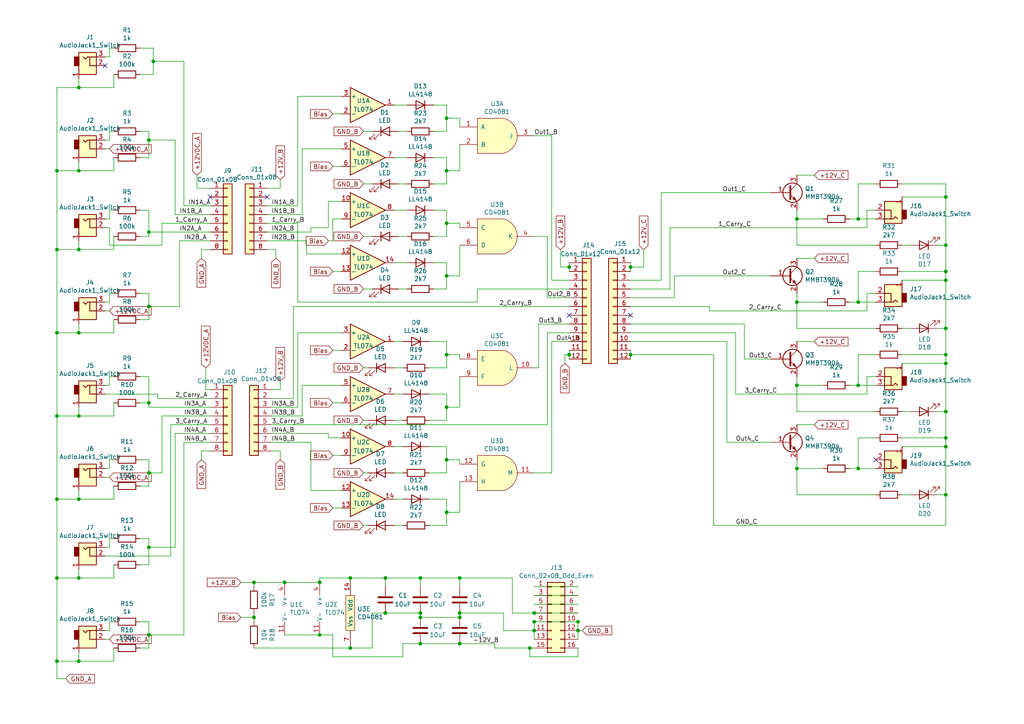
<source format=kicad_sch>
(kicad_sch (version 20250114) (generator "eeschema") (generator_version "9.0")
  (paper "A4")
  (junction (at 22.86 25.4))
  (junction (at 274.32 143.51))
  (junction (at 121.92 179.07))
  (junction (at 82.55 168.91))
  (junction (at 274.32 71.12))
  (junction (at 274.32 78.74))
  (junction (at 133.35 167.64))
  (junction (at 154.94 177.8))
  (junction (at 16.51 120.65))
  (junction (at 43.18 40.64))
  (junction (at 22.86 120.65))
  (junction (at 133.35 179.07))
  (junction (at 22.86 96.52))
  (junction (at 121.92 167.64))
  (junction (at 154.94 180.34))
  (junction (at 154.94 182.88))
  (junction (at 274.32 57.15))
  (junction (at 231.14 135.89))
  (junction (at 101.6 187.96))
  (junction (at 167.64 180.34))
  (junction (at 44.45 17.78))
  (junction (at 274.32 119.38))
  (junction (at 43.18 158.75))
  (junction (at 43.18 67.31))
  (junction (at 133.35 186.69))
  (junction (at 22.86 144.78))
  (junction (at 167.64 182.88))
  (junction (at 248.92 135.89))
  (junction (at 165.1 77.47))
  (junction (at 22.86 167.64))
  (junction (at 274.32 105.41))
  (junction (at 43.18 137.16))
  (junction (at 92.71 184.15))
  (junction (at 248.92 63.5))
  (junction (at 43.18 116.84))
  (junction (at 182.88 102.87))
  (junction (at 22.86 72.39))
  (junction (at 274.32 129.54))
  (junction (at 111.76 177.8))
  (junction (at 16.51 191.77))
  (junction (at 111.76 167.64))
  (junction (at 73.66 179.07))
  (junction (at 165.1 102.87))
  (junction (at 16.51 72.39))
  (junction (at 16.51 144.78))
  (junction (at 129.54 34.29))
  (junction (at 231.14 87.63))
  (junction (at 121.92 186.69))
  (junction (at 101.6 167.64))
  (junction (at 129.54 148.59))
  (junction (at 231.14 63.5))
  (junction (at 153.67 187.96))
  (junction (at 129.54 118.11))
  (junction (at 16.51 96.52))
  (junction (at 231.14 111.76))
  (junction (at 43.18 184.15))
  (junction (at 16.51 49.53))
  (junction (at 274.32 102.87))
  (junction (at 129.54 133.35))
  (junction (at 22.86 49.53))
  (junction (at 182.88 77.47))
  (junction (at 129.54 102.87))
  (junction (at 16.51 167.64))
  (junction (at 274.32 127))
  (junction (at 92.71 168.91))
  (junction (at 274.32 81.28))
  (junction (at 129.54 64.77))
  (junction (at 248.92 87.63))
  (junction (at 73.66 168.91))
  (junction (at 133.35 177.8))
  (junction (at 248.92 111.76))
  (junction (at 43.18 88.9))
  (junction (at 129.54 80.01))
  (junction (at 22.86 191.77))
  (junction (at 129.54 49.53))
  (junction (at 274.32 95.25))
  (junction (at 121.92 177.8))
  (no_connect (at 77.47 57.15))
  (no_connect (at 182.88 91.44))
  (no_connect (at 60.96 57.15))
  (no_connect (at 30.48 19.05))
  (no_connect (at 165.1 91.44))
  (no_connect (at 254 133.35))
  (wire (pts (xy 86.36 64.77) (xy 77.47 64.77)))
  (wire (pts (xy 231.14 50.8) (xy 236.22 50.8)))
  (wire (pts (xy 254 109.22) (xy 251.46 109.22)))
  (wire (pts (xy 154.94 182.88) (xy 154.94 180.34)))
  (wire (pts (xy 96.52 190.5) (xy 116.84 190.5)))
  (wire (pts (xy 40.64 38.1) (xy 43.18 38.1)))
  (wire (pts (xy 107.95 187.96) (xy 107.95 177.8)))
  (wire (pts (xy 50.8 158.75) (xy 43.18 158.75)))
  (wire (pts (xy 231.14 119.38) (xy 231.14 111.76)))
  (wire (pts (xy 133.35 134.62) (xy 133.35 133.35)))
  (wire (pts (xy 129.54 118.11) (xy 133.35 118.11)))
  (wire (pts (xy 31.75 135.89) (xy 31.75 133.35)))
  (wire (pts (xy 87.63 43.18) (xy 99.06 43.18)))
  (wire (pts (xy 114.3 30.48) (xy 118.11 30.48)))
  (wire (pts (xy 106.68 137.16) (xy 105.41 137.16)))
  (wire (pts (xy 96.52 69.85) (xy 95.25 69.85)))
  (wire (pts (xy 248.92 78.74) (xy 248.92 87.63)))
  (wire (pts (xy 92.71 168.91) (xy 92.71 167.64)))
  (wire (pts (xy 45.72 115.57) (xy 45.72 114.3)))
  (wire (pts (xy 114.3 129.54) (xy 116.84 129.54)))
  (wire (pts (xy 73.66 177.8) (xy 73.66 179.07)))
  (wire (pts (xy 46.99 71.12) (xy 31.75 71.12)))
  (wire (pts (xy 43.18 88.9) (xy 43.18 92.71)))
  (wire (pts (xy 107.95 83.82) (xy 105.41 83.82)))
  (wire (pts (xy 43.18 180.34) (xy 43.18 184.15)))
  (wire (pts (xy 129.54 106.68) (xy 124.46 106.68)))
  (wire (pts (xy 80.01 72.39) (xy 80.01 74.93)))
  (wire (pts (xy 22.86 22.86) (xy 22.86 25.4)))
  (wire (pts (xy 248.92 111.76) (xy 254 111.76)))
  (wire (pts (xy 116.84 186.69) (xy 121.92 186.69)))
  (wire (pts (xy 205.74 88.9) (xy 182.88 88.9)))
  (wire (pts (xy 58.42 130.81) (xy 58.42 133.35)))
  (wire (pts (xy 60.96 130.81) (xy 58.42 130.81)))
  (wire (pts (xy 22.86 120.65) (xy 33.02 120.65)))
  (wire (pts (xy 248.92 53.34) (xy 254 53.34)))
  (wire (pts (xy 43.18 85.09) (xy 43.18 88.9)))
  (wire (pts (xy 86.36 64.77) (xy 86.36 87.63)))
  (wire (pts (xy 154.94 187.96) (xy 153.67 187.96)))
  (wire (pts (xy 40.64 133.35) (xy 43.18 133.35)))
  (wire (pts (xy 99.06 33.02) (xy 96.52 33.02)))
  (wire (pts (xy 133.35 102.87) (xy 129.54 102.87)))
  (wire (pts (xy 60.96 128.27) (xy 53.34 128.27)))
  (wire (pts (xy 129.54 49.53) (xy 129.54 53.34)))
  (wire (pts (xy 82.55 168.91) (xy 92.71 168.91)))
  (wire (pts (xy 194.31 83.82) (xy 182.88 83.82)))
  (wire (pts (xy 31.75 158.75) (xy 31.75 156.21)))
  (wire (pts (xy 186.69 72.39) (xy 186.69 77.47)))
  (wire (pts (xy 165.1 102.87) (xy 165.1 104.14)))
  (wire (pts (xy 31.75 182.88) (xy 31.75 180.34)))
  (wire (pts (xy 153.67 190.5) (xy 167.64 190.5)))
  (wire (pts (xy 81.28 52.07) (xy 81.28 54.61)))
  (wire (pts (xy 114.3 60.96) (xy 118.11 60.96)))
  (wire (pts (xy 274.32 152.4) (xy 274.32 143.51)))
  (wire (pts (xy 231.14 99.06) (xy 236.22 99.06)))
  (wire (pts (xy 261.62 102.87) (xy 274.32 102.87)))
  (wire (pts (xy 95.25 127) (xy 99.06 127)))
  (wire (pts (xy 124.46 129.54) (xy 129.54 129.54)))
  (wire (pts (xy 22.86 49.53) (xy 16.51 49.53)))
  (wire (pts (xy 143.51 186.69) (xy 133.35 186.69)))
  (wire (pts (xy 60.96 72.39) (xy 58.42 72.39)))
  (wire (pts (xy 129.54 133.35) (xy 129.54 137.16)))
  (wire (pts (xy 99.06 63.5) (xy 96.52 63.5)))
  (wire (pts (xy 194.31 66.04) (xy 251.46 66.04)))
  (wire (pts (xy 116.84 190.5) (xy 116.84 186.69)))
  (wire (pts (xy 43.18 137.16) (xy 43.18 140.97)))
  (wire (pts (xy 30.48 63.5) (xy 31.75 63.5)))
  (wire (pts (xy 215.9 93.98) (xy 215.9 104.14)))
  (wire (pts (xy 43.18 118.11) (xy 43.18 116.84)))
  (wire (pts (xy 231.14 111.76) (xy 231.14 109.22)))
  (wire (pts (xy 81.28 113.03) (xy 78.74 113.03)))
  (wire (pts (xy 101.6 167.64) (xy 111.76 167.64)))
  (wire (pts (xy 129.54 121.92) (xy 124.46 121.92)))
  (wire (pts (xy 133.35 80.01) (xy 133.35 71.12)))
  (wire (pts (xy 124.46 114.3) (xy 129.54 114.3)))
  (wire (pts (xy 90.17 66.04) (xy 95.25 66.04)))
  (wire (pts (xy 22.86 189.23) (xy 22.86 191.77)))
  (wire (pts (xy 16.51 96.52) (xy 16.51 120.65)))
  (wire (pts (xy 160.02 81.28) (xy 160.02 39.37)))
  (wire (pts (xy 146.05 182.88) (xy 154.94 182.88)))
  (wire (pts (xy 251.46 85.09) (xy 251.46 90.17)))
  (wire (pts (xy 43.18 40.64) (xy 50.8 40.64)))
  (wire (pts (xy 274.32 95.25) (xy 274.32 102.87)))
  (wire (pts (xy 274.32 129.54) (xy 261.62 129.54)))
  (wire (pts (xy 30.48 135.89) (xy 31.75 135.89)))
  (wire (pts (xy 236.22 123.19) (xy 231.14 123.19)))
  (wire (pts (xy 53.34 17.78) (xy 53.34 59.69)))
  (wire (pts (xy 78.74 120.65) (xy 87.63 120.65)))
  (wire (pts (xy 53.34 128.27) (xy 53.34 184.15)))
  (wire (pts (xy 254 95.25) (xy 231.14 95.25)))
  (wire (pts (xy 31.75 63.5) (xy 31.75 60.96)))
  (wire (pts (xy 31.75 13.97) (xy 33.02 13.97)))
  (wire (pts (xy 22.86 93.98) (xy 22.86 96.52)))
  (wire (pts (xy 73.66 168.91) (xy 82.55 168.91)))
  (wire (pts (xy 30.48 158.75) (xy 31.75 158.75)))
  (wire (pts (xy 31.75 71.12) (xy 31.75 66.04)))
  (wire (pts (xy 60.96 62.23) (xy 50.8 62.23)))
  (wire (pts (xy 231.14 95.25) (xy 231.14 87.63)))
  (wire (pts (xy 22.86 72.39) (xy 33.02 72.39)))
  (wire (pts (xy 133.35 36.83) (xy 133.35 34.29)))
  (wire (pts (xy 107.95 38.1) (xy 105.41 38.1)))
  (wire (pts (xy 99.06 48.26) (xy 96.52 48.26)))
  (wire (pts (xy 121.92 167.64) (xy 133.35 167.64)))
  (wire (pts (xy 274.32 81.28) (xy 261.62 81.28)))
  (wire (pts (xy 44.45 17.78) (xy 44.45 21.59)))
  (wire (pts (xy 16.51 72.39) (xy 16.51 96.52)))
  (wire (pts (xy 116.84 137.16) (xy 114.3 137.16)))
  (wire (pts (xy 16.51 25.4) (xy 16.51 49.53)))
  (wire (pts (xy 133.35 177.8) (xy 133.35 179.07)))
  (wire (pts (xy 31.75 40.64) (xy 31.75 38.1)))
  (wire (pts (xy 163.83 102.87) (xy 163.83 105.41)))
  (wire (pts (xy 40.64 156.21) (xy 43.18 156.21)))
  (wire (pts (xy 167.64 177.8) (xy 154.94 177.8)))
  (wire (pts (xy 254 71.12) (xy 231.14 71.12)))
  (wire (pts (xy 85.09 115.57) (xy 78.74 115.57)))
  (wire (pts (xy 251.46 90.17) (xy 205.74 90.17)))
  (wire (pts (xy 154.94 177.8) (xy 148.59 177.8)))
  (wire (pts (xy 43.18 163.83) (xy 40.64 163.83)))
  (wire (pts (xy 274.32 119.38) (xy 274.32 127)))
  (wire (pts (xy 133.35 49.53) (xy 133.35 41.91)))
  (wire (pts (xy 165.1 83.82) (xy 138.43 83.82)))
  (wire (pts (xy 22.86 165.1) (xy 22.86 167.64)))
  (wire (pts (xy 165.1 81.28) (xy 160.02 81.28)))
  (wire (pts (xy 261.62 78.74) (xy 274.32 78.74)))
  (wire (pts (xy 271.78 143.51) (xy 274.32 143.51)))
  (wire (pts (xy 158.75 123.19) (xy 158.75 96.52)))
  (wire (pts (xy 254 78.74) (xy 248.92 78.74)))
  (wire (pts (xy 22.86 144.78) (xy 33.02 144.78)))
  (wire (pts (xy 99.06 132.08) (xy 96.52 132.08)))
  (wire (pts (xy 60.96 123.19) (xy 49.53 123.19)))
  (wire (pts (xy 101.6 187.96) (xy 73.66 187.96)))
  (wire (pts (xy 195.58 80.01) (xy 223.52 80.01)))
  (wire (pts (xy 158.75 96.52) (xy 165.1 96.52)))
  (wire (pts (xy 31.75 66.04) (xy 30.48 66.04)))
  (wire (pts (xy 182.88 102.87) (xy 182.88 101.6)))
  (wire (pts (xy 87.63 111.76) (xy 87.63 120.65)))
  (wire (pts (xy 60.96 120.65) (xy 46.99 120.65)))
  (wire (pts (xy 231.14 63.5) (xy 231.14 60.96)))
  (wire (pts (xy 43.18 45.72) (xy 40.64 45.72)))
  (wire (pts (xy 114.3 114.3) (xy 116.84 114.3)))
  (wire (pts (xy 87.63 43.18) (xy 87.63 62.23)))
  (wire (pts (xy 111.76 167.64) (xy 111.76 170.18)))
  (wire (pts (xy 53.34 184.15) (xy 43.18 184.15)))
  (wire (pts (xy 125.73 30.48) (xy 129.54 30.48)))
  (wire (pts (xy 182.88 77.47) (xy 182.88 76.2)))
  (wire (pts (xy 30.48 111.76) (xy 31.75 111.76)))
  (wire (pts (xy 16.51 196.85) (xy 16.51 191.77)))
  (wire (pts (xy 22.86 72.39) (xy 16.51 72.39)))
  (wire (pts (xy 33.02 45.72) (xy 33.02 49.53)))
  (wire (pts (xy 246.38 63.5) (xy 248.92 63.5)))
  (wire (pts (xy 121.92 167.64) (xy 121.92 170.18)))
  (wire (pts (xy 107.95 177.8) (xy 111.76 177.8)))
  (wire (pts (xy 33.02 140.97) (xy 33.02 144.78)))
  (wire (pts (xy 248.92 102.87) (xy 248.92 111.76)))
  (wire (pts (xy 86.36 118.11) (xy 86.36 96.52)))
  (wire (pts (xy 274.32 71.12) (xy 274.32 78.74)))
  (wire (pts (xy 33.02 92.71) (xy 33.02 96.52)))
  (wire (pts (xy 182.88 96.52) (xy 213.36 96.52)))
  (wire (pts (xy 16.51 191.77) (xy 16.51 167.64)))
  (wire (pts (xy 133.35 34.29) (xy 129.54 34.29)))
  (wire (pts (xy 43.18 67.31) (xy 43.18 68.58)))
  (wire (pts (xy 31.75 180.34) (xy 33.02 180.34)))
  (wire (pts (xy 22.86 25.4) (xy 33.02 25.4)))
  (wire (pts (xy 31.75 138.43) (xy 30.48 138.43)))
  (wire (pts (xy 60.96 54.61) (xy 57.15 54.61)))
  (wire (pts (xy 45.72 115.57) (xy 60.96 115.57)))
  (wire (pts (xy 274.32 78.74) (xy 274.32 81.28)))
  (wire (pts (xy 77.47 59.69) (xy 86.36 59.69)))
  (wire (pts (xy 31.75 90.17) (xy 30.48 90.17)))
  (wire (pts (xy 77.47 69.85) (xy 88.9 69.85)))
  (wire (pts (xy 148.59 167.64) (xy 133.35 167.64)))
  (wire (pts (xy 114.3 99.06) (xy 116.84 99.06)))
  (wire (pts (xy 231.14 135.89) (xy 231.14 133.35)))
  (wire (pts (xy 251.46 60.96) (xy 251.46 66.04)))
  (wire (pts (xy 43.18 140.97) (xy 40.64 140.97)))
  (wire (pts (xy 22.86 25.4) (xy 16.51 25.4)))
  (wire (pts (xy 129.54 152.4) (xy 124.46 152.4)))
  (wire (pts (xy 133.35 64.77) (xy 133.35 66.04)))
  (wire (pts (xy 116.84 121.92) (xy 114.3 121.92)))
  (wire (pts (xy 238.76 87.63) (xy 231.14 87.63)))
  (wire (pts (xy 77.47 72.39) (xy 80.01 72.39)))
  (wire (pts (xy 92.71 167.64) (xy 101.6 167.64)))
  (wire (pts (xy 46.99 137.16) (xy 43.18 137.16)))
  (wire (pts (xy 16.51 144.78) (xy 16.51 167.64)))
  (wire (pts (xy 22.86 120.65) (xy 16.51 120.65)))
  (wire (pts (xy 106.68 121.92) (xy 105.41 121.92)))
  (wire (pts (xy 16.51 120.65) (xy 16.51 144.78)))
  (wire (pts (xy 121.92 177.8) (xy 121.92 179.07)))
  (wire (pts (xy 125.73 76.2) (xy 129.54 76.2)))
  (wire (pts (xy 246.38 87.63) (xy 248.92 87.63)))
  (wire (pts (xy 186.69 77.47) (xy 182.88 77.47)))
  (wire (pts (xy 138.43 83.82) (xy 138.43 87.63)))
  (wire (pts (xy 73.66 179.07) (xy 73.66 180.34)))
  (wire (pts (xy 251.46 114.3) (xy 213.36 114.3)))
  (wire (pts (xy 78.74 125.73) (xy 95.25 125.73)))
  (wire (pts (xy 129.54 53.34) (xy 125.73 53.34)))
  (wire (pts (xy 248.92 63.5) (xy 254 63.5)))
  (wire (pts (xy 153.67 187.96) (xy 153.67 190.5)))
  (wire (pts (xy 129.54 80.01) (xy 133.35 80.01)))
  (wire (pts (xy 271.78 119.38) (xy 274.32 119.38)))
  (wire (pts (xy 99.06 78.74) (xy 96.52 78.74)))
  (wire (pts (xy 154.94 137.16) (xy 160.02 137.16)))
  (wire (pts (xy 125.73 45.72) (xy 129.54 45.72)))
  (wire (pts (xy 43.18 133.35) (xy 43.18 137.16)))
  (wire (pts (xy 195.58 86.36) (xy 182.88 86.36)))
  (wire (pts (xy 133.35 177.8) (xy 146.05 177.8)))
  (wire (pts (xy 82.55 184.15) (xy 92.71 184.15)))
  (wire (pts (xy 81.28 130.81) (xy 81.28 133.35)))
  (wire (pts (xy 154.94 172.72) (xy 167.64 172.72)))
  (wire (pts (xy 248.92 135.89) (xy 254 135.89)))
  (wire (pts (xy 133.35 104.14) (xy 133.35 102.87)))
  (wire (pts (xy 46.99 71.12) (xy 46.99 64.77)))
  (wire (pts (xy 30.48 161.29) (xy 49.53 161.29)))
  (wire (pts (xy 45.72 114.3) (xy 30.48 114.3)))
  (wire (pts (xy 138.43 87.63) (xy 86.36 87.63)))
  (wire (pts (xy 43.18 92.71) (xy 40.64 92.71)))
  (wire (pts (xy 254 127) (xy 248.92 127)))
  (wire (pts (xy 210.82 128.27) (xy 223.52 128.27)))
  (wire (pts (xy 191.77 55.88) (xy 223.52 55.88)))
  (wire (pts (xy 114.3 76.2) (xy 118.11 76.2)))
  (wire (pts (xy 33.02 187.96) (xy 33.02 191.77)))
  (wire (pts (xy 182.88 99.06) (xy 210.82 99.06)))
  (wire (pts (xy 118.11 53.34) (xy 115.57 53.34)))
  (wire (pts (xy 59.69 113.03) (xy 59.69 106.68)))
  (wire (pts (xy 121.92 186.69) (xy 133.35 186.69)))
  (wire (pts (xy 30.48 182.88) (xy 31.75 182.88)))
  (wire (pts (xy 162.56 77.47) (xy 165.1 77.47)))
  (wire (pts (xy 274.32 81.28) (xy 274.32 95.25)))
  (wire (pts (xy 129.54 64.77) (xy 133.35 64.77)))
  (wire (pts (xy 111.76 167.64) (xy 121.92 167.64)))
  (wire (pts (xy 129.54 118.11) (xy 129.54 121.92)))
  (wire (pts (xy 43.18 156.21) (xy 43.18 158.75)))
  (wire (pts (xy 114.3 45.72) (xy 118.11 45.72)))
  (wire (pts (xy 129.54 34.29) (xy 129.54 38.1)))
  (wire (pts (xy 261.62 127) (xy 274.32 127)))
  (wire (pts (xy 129.54 68.58) (xy 125.73 68.58)))
  (wire (pts (xy 22.86 191.77) (xy 16.51 191.77)))
  (wire (pts (xy 154.94 106.68) (xy 156.21 106.68)))
  (wire (pts (xy 271.78 95.25) (xy 274.32 95.25)))
  (wire (pts (xy 111.76 177.8) (xy 121.92 177.8)))
  (wire (pts (xy 95.25 125.73) (xy 95.25 127)))
  (wire (pts (xy 78.74 128.27) (xy 90.17 128.27)))
  (wire (pts (xy 44.45 21.59) (xy 40.64 21.59)))
  (wire (pts (xy 254 119.38) (xy 231.14 119.38)))
  (wire (pts (xy 22.86 144.78) (xy 16.51 144.78)))
  (wire (pts (xy 124.46 144.78) (xy 129.54 144.78)))
  (wire (pts (xy 77.47 67.31) (xy 90.17 67.31)))
  (wire (pts (xy 101.6 187.96) (xy 107.95 187.96)))
  (wire (pts (xy 99.06 147.32) (xy 96.52 147.32)))
  (wire (pts (xy 43.18 40.64) (xy 43.18 45.72)))
  (wire (pts (xy 81.28 54.61) (xy 77.47 54.61)))
  (wire (pts (xy 40.64 109.22) (xy 43.18 109.22)))
  (wire (pts (xy 246.38 135.89) (xy 248.92 135.89)))
  (wire (pts (xy 191.77 55.88) (xy 191.77 81.28)))
  (wire (pts (xy 106.68 152.4) (xy 105.41 152.4)))
  (wire (pts (xy 274.32 102.87) (xy 274.32 105.41)))
  (wire (pts (xy 52.07 69.85) (xy 52.07 88.9)))
  (wire (pts (xy 167.64 175.26) (xy 154.94 175.26)))
  (wire (pts (xy 57.15 54.61) (xy 57.15 50.8)))
  (wire (pts (xy 69.85 168.91) (xy 73.66 168.91)))
  (wire (pts (xy 96.52 63.5) (xy 96.52 69.85)))
  (wire (pts (xy 77.47 62.23) (xy 87.63 62.23)))
  (wire (pts (xy 205.74 90.17) (xy 205.74 88.9)))
  (wire (pts (xy 261.62 71.12) (xy 264.16 71.12)))
  (wire (pts (xy 90.17 128.27) (xy 90.17 142.24)))
  (wire (pts (xy 60.96 113.03) (xy 59.69 113.03)))
  (wire (pts (xy 118.11 68.58) (xy 115.57 68.58)))
  (wire (pts (xy 22.86 96.52) (xy 33.02 96.52)))
  (wire (pts (xy 43.18 109.22) (xy 43.18 116.84)))
  (wire (pts (xy 125.73 60.96) (xy 129.54 60.96)))
  (wire (pts (xy 191.77 81.28) (xy 182.88 81.28)))
  (wire (pts (xy 238.76 135.89) (xy 231.14 135.89)))
  (wire (pts (xy 30.48 16.51) (xy 31.75 16.51)))
  (wire (pts (xy 261.62 143.51) (xy 264.16 143.51)))
  (wire (pts (xy 78.74 123.19) (xy 158.75 123.19)))
  (wire (pts (xy 33.02 163.83) (xy 33.02 167.64)))
  (wire (pts (xy 231.14 143.51) (xy 231.14 135.89)))
  (wire (pts (xy 167.64 180.34) (xy 154.94 180.34)))
  (wire (pts (xy 107.95 68.58) (xy 105.41 68.58)))
  (wire (pts (xy 129.54 137.16) (xy 124.46 137.16)))
  (wire (pts (xy 160.02 39.37) (xy 154.94 39.37)))
  (wire (pts (xy 207.01 102.87) (xy 207.01 152.4)))
  (wire (pts (xy 129.54 114.3) (xy 129.54 118.11)))
  (wire (pts (xy 274.32 57.15) (xy 274.32 71.12)))
  (wire (pts (xy 30.48 43.18) (xy 31.75 43.18)))
  (wire (pts (xy 106.68 106.68) (xy 105.41 106.68)))
  (wire (pts (xy 254 60.96) (xy 251.46 60.96)))
  (wire (pts (xy 30.48 87.63) (xy 31.75 87.63)))
  (wire (pts (xy 231.14 87.63) (xy 231.14 85.09)))
  (wire (pts (xy 58.42 72.39) (xy 58.42 74.93)))
  (wire (pts (xy 158.75 86.36) (xy 165.1 86.36)))
  (wire (pts (xy 129.54 129.54) (xy 129.54 133.35)))
  (wire (pts (xy 165.1 102.87) (xy 163.83 102.87)))
  (wire (pts (xy 44.45 17.78) (xy 53.34 17.78)))
  (wire (pts (xy 254 102.87) (xy 248.92 102.87)))
  (wire (pts (xy 43.18 184.15) (xy 43.18 187.96)))
  (wire (pts (xy 99.06 73.66) (xy 88.9 73.66)))
  (wire (pts (xy 90.17 142.24) (xy 99.06 142.24)))
  (wire (pts (xy 16.51 196.85) (xy 19.05 196.85)))
  (wire (pts (xy 78.74 130.81) (xy 81.28 130.81)))
  (wire (pts (xy 22.86 96.52) (xy 16.51 96.52)))
  (wire (pts (xy 46.99 64.77) (xy 60.96 64.77)))
  (wire (pts (xy 40.64 60.96) (xy 43.18 60.96)))
  (wire (pts (xy 194.31 66.04) (xy 194.31 83.82)))
  (wire (pts (xy 114.3 144.78) (xy 116.84 144.78)))
  (wire (pts (xy 154.94 68.58) (xy 158.75 68.58)))
  (wire (pts (xy 31.75 133.35) (xy 33.02 133.35)))
  (wire (pts (xy 124.46 99.06) (xy 129.54 99.06)))
  (wire (pts (xy 60.96 69.85) (xy 52.07 69.85)))
  (wire (pts (xy 167.64 180.34) (xy 167.64 182.88)))
  (wire (pts (xy 40.64 13.97) (xy 44.45 13.97)))
  (wire (pts (xy 246.38 111.76) (xy 248.92 111.76)))
  (wire (pts (xy 261.62 53.34) (xy 274.32 53.34)))
  (wire (pts (xy 129.54 148.59) (xy 129.54 152.4)))
  (wire (pts (xy 22.86 69.85) (xy 22.86 72.39)))
  (wire (pts (xy 73.66 168.91) (xy 73.66 170.18)))
  (wire (pts (xy 81.28 110.49) (xy 81.28 113.03)))
  (wire (pts (xy 162.56 72.39) (xy 162.56 77.47)))
  (wire (pts (xy 215.9 104.14) (xy 223.52 104.14)))
  (wire (pts (xy 33.02 21.59) (xy 33.02 25.4)))
  (wire (pts (xy 43.18 38.1) (xy 43.18 40.64)))
  (wire (pts (xy 116.84 152.4) (xy 114.3 152.4)))
  (wire (pts (xy 78.74 118.11) (xy 86.36 118.11)))
  (wire (pts (xy 133.35 148.59) (xy 133.35 139.7)))
  (wire (pts (xy 22.86 167.64) (xy 33.02 167.64)))
  (wire (pts (xy 165.1 101.6) (xy 165.1 102.87)))
  (wire (pts (xy 133.35 118.11) (xy 133.35 109.22)))
  (wire (pts (xy 118.11 83.82) (xy 115.57 83.82)))
  (wire (pts (xy 148.59 177.8) (xy 148.59 167.64)))
  (wire (pts (xy 22.86 49.53) (xy 33.02 49.53)))
  (wire (pts (xy 69.85 179.07) (xy 73.66 179.07)))
  (wire (pts (xy 22.86 46.99) (xy 22.86 49.53)))
  (wire (pts (xy 95.25 58.42) (xy 99.06 58.42)))
  (wire (pts (xy 248.92 87.63) (xy 254 87.63)))
  (wire (pts (xy 129.54 60.96) (xy 129.54 64.77)))
  (wire (pts (xy 238.76 63.5) (xy 231.14 63.5)))
  (wire (pts (xy 248.92 63.5) (xy 248.92 53.34)))
  (wire (pts (xy 118.11 38.1) (xy 115.57 38.1)))
  (wire (pts (xy 22.86 118.11) (xy 22.86 120.65)))
  (wire (pts (xy 153.67 187.96) (xy 143.51 187.96)))
  (wire (pts (xy 182.88 102.87) (xy 207.01 102.87)))
  (wire (pts (xy 96.52 184.15) (xy 96.52 190.5)))
  (wire (pts (xy 129.54 102.87) (xy 129.54 106.68)))
  (wire (pts (xy 43.18 116.84) (xy 40.64 116.84)))
  (wire (pts (xy 60.96 67.31) (xy 43.18 67.31)))
  (wire (pts (xy 31.75 85.09) (xy 33.02 85.09)))
  (wire (pts (xy 88.9 69.85) (xy 88.9 73.66)))
  (wire (pts (xy 271.78 71.12) (xy 274.32 71.12)))
  (wire (pts (xy 274.32 53.34) (xy 274.32 57.15)))
  (wire (pts (xy 49.53 123.19) (xy 49.53 161.29)))
  (wire (pts (xy 16.51 49.53) (xy 16.51 72.39)))
  (wire (pts (xy 274.32 143.51) (xy 274.32 129.54)))
  (wire (pts (xy 43.18 158.75) (xy 43.18 163.83)))
  (wire (pts (xy 248.92 127) (xy 248.92 135.89)))
  (wire (pts (xy 133.35 133.35) (xy 129.54 133.35)))
  (wire (pts (xy 50.8 125.73) (xy 50.8 158.75)))
  (wire (pts (xy 31.75 156.21) (xy 33.02 156.21)))
  (wire (pts (xy 154.94 182.88) (xy 154.94 185.42)))
  (wire (pts (xy 165.1 78.74) (xy 165.1 77.47)))
  (wire (pts (xy 44.45 13.97) (xy 44.45 17.78)))
  (wire (pts (xy 16.51 167.64) (xy 22.86 167.64)))
  (wire (pts (xy 121.92 179.07) (xy 133.35 179.07)))
  (wire (pts (xy 52.07 88.9) (xy 43.18 88.9)))
  (wire (pts (xy 254 85.09) (xy 251.46 85.09)))
  (wire (pts (xy 60.96 125.73) (xy 50.8 125.73)))
  (wire (pts (xy 60.96 59.69) (xy 53.34 59.69)))
  (wire (pts (xy 33.02 116.84) (xy 33.02 120.65)))
  (wire (pts (xy 31.75 185.42) (xy 30.48 185.42)))
  (wire (pts (xy 99.06 101.6) (xy 96.52 101.6)))
  (wire (pts (xy 92.71 184.15) (xy 96.52 184.15)))
  (wire (pts (xy 207.01 152.4) (xy 274.32 152.4)))
  (wire (pts (xy 158.75 68.58) (xy 158.75 86.36)))
  (wire (pts (xy 182.88 93.98) (xy 215.9 93.98)))
  (wire (pts (xy 31.75 16.51) (xy 31.75 13.97)))
  (wire (pts (xy 133.35 167.64) (xy 133.35 170.18)))
  (wire (pts (xy 85.09 88.9) (xy 85.09 115.57)))
  (wire (pts (xy 274.32 127) (xy 274.32 129.54)))
  (wire (pts (xy 261.62 119.38) (xy 264.16 119.38)))
  (wire (pts (xy 129.54 148.59) (xy 133.35 148.59)))
  (wire (pts (xy 90.17 67.31) (xy 90.17 66.04)))
  (wire (pts (xy 31.75 111.76) (xy 31.75 109.22)))
  (wire (pts (xy 195.58 80.01) (xy 195.58 86.36)))
  (wire (pts (xy 129.54 76.2) (xy 129.54 80.01)))
  (wire (pts (xy 22.86 142.24) (xy 22.86 144.78)))
  (wire (pts (xy 231.14 74.93) (xy 236.22 74.93)))
  (wire (pts (xy 146.05 177.8) (xy 146.05 182.88)))
  (wire (pts (xy 160.02 99.06) (xy 165.1 99.06)))
  (wire (pts (xy 167.64 182.88) (xy 167.64 185.42)))
  (wire (pts (xy 160.02 137.16) (xy 160.02 99.06)))
  (wire (pts (xy 213.36 114.3) (xy 213.36 96.52)))
  (wire (pts (xy 116.84 106.68) (xy 114.3 106.68)))
  (wire (pts (xy 86.36 27.94) (xy 86.36 59.69)))
  (wire (pts (xy 43.18 187.96) (xy 40.64 187.96)))
  (wire (pts (xy 274.32 105.41) (xy 274.32 119.38)))
  (wire (pts (xy 129.54 30.48) (xy 129.54 34.29)))
  (wire (pts (xy 40.64 180.34) (xy 43.18 180.34)))
  (wire (pts (xy 60.96 118.11) (xy 43.18 118.11)))
  (wire (pts (xy 95.25 66.04) (xy 95.25 58.42)))
  (wire (pts (xy 182.88 78.74) (xy 182.88 77.47)))
  (wire (pts (xy 86.36 96.52) (xy 99.06 96.52)))
  (wire (pts (xy 43.18 68.58) (xy 40.64 68.58)))
  (wire (pts (xy 31.75 38.1) (xy 33.02 38.1)))
  (wire (pts (xy 31.75 60.96) (xy 33.02 60.96)))
  (wire (pts (xy 182.88 104.14) (xy 182.88 102.87)))
  (wire (pts (xy 129.54 144.78) (xy 129.54 148.59)))
  (wire (pts (xy 231.14 71.12) (xy 231.14 63.5)))
  (wire (pts (xy 167.64 190.5) (xy 167.64 187.96)))
  (wire (pts (xy 274.32 105.41) (xy 261.62 105.41)))
  (wire (pts (xy 156.21 93.98) (xy 165.1 93.98)))
  (wire (pts (xy 107.95 53.34) (xy 105.41 53.34)))
  (wire (pts (xy 254 143.51) (xy 231.14 143.51)))
  (wire (pts (xy 129.54 38.1) (xy 125.73 38.1)))
  (wire (pts (xy 251.46 109.22) (xy 251.46 114.3)))
  (wire (pts (xy 31.75 87.63) (xy 31.75 85.09)))
  (wire (pts (xy 31.75 109.22) (xy 33.02 109.22)))
  (wire (pts (xy 86.36 27.94) (xy 99.06 27.94)))
  (wire (pts (xy 143.51 187.96) (xy 143.51 186.69)))
  (wire (pts (xy 129.54 49.53) (xy 133.35 49.53)))
  (wire (pts (xy 129.54 83.82) (xy 125.73 83.82)))
  (wire (pts (xy 85.09 88.9) (xy 165.1 88.9)))
  (wire (pts (xy 156.21 106.68) (xy 156.21 93.98)))
  (wire (pts (xy 40.64 85.09) (xy 43.18 85.09)))
  (wire (pts (xy 168.91 182.88) (xy 167.64 182.88)))
  (wire (pts (xy 129.54 80.01) (xy 129.54 83.82)))
  (wire (pts (xy 50.8 40.64) (xy 50.8 62.23)))
  (wire (pts (xy 30.48 40.64) (xy 31.75 40.64)))
  (wire (pts (xy 22.86 191.77) (xy 33.02 191.77)))
  (wire (pts (xy 43.18 60.96) (xy 43.18 67.31)))
  (wire (pts (xy 167.64 170.18) (xy 154.94 170.18)))
  (wire (pts (xy 129.54 99.06) (xy 129.54 102.87)))
  (wire (pts (xy 129.54 45.72) (xy 129.54 49.53)))
  (wire (pts (xy 33.02 68.58) (xy 33.02 72.39)))
  (wire (pts (xy 261.62 57.15) (xy 274.32 57.15)))
  (wire (pts (xy 238.76 111.76) (xy 231.14 111.76)))
  (wire (pts (xy 129.54 64.77) (xy 129.54 68.58)))
  (wire (pts (xy 87.63 111.76) (xy 99.06 111.76)))
  (wire (pts (xy 210.82 99.06) (xy 210.82 128.27)))
  (wire (pts (xy 99.06 116.84) (xy 96.52 116.84)))
  (wire (pts (xy 46.99 120.65) (xy 46.99 137.16)))
  (wire (pts (xy 261.62 95.25) (xy 264.16 95.25)))
  (wire (pts (xy 165.1 77.47) (xy 165.1 76.2)))
  (label "1_Carry_B" (at 78.74 64.77 0))
  (label "IN2B_B" (at 78.74 69.85 0))
  (label "IN4B_A" (at 53.34 128.27 0))
  (label "2_Carry_B" (at 144.78 88.9 0))
  (label "Out4_B" (at 161.29 99.06 0))
  (label "IN1B_A" (at 52.07 62.23 0))
  (label "Out3_C" (at 217.17 104.14 0))
  (label "2_Carry_C" (at 217.17 90.17 0))
  (label "3_Carry_A" (at 50.8 123.19 0))
  (label "2_Carry_A" (at 50.8 115.57 0))
  (label "IN4B_B" (at 78.74 128.27 0))
  (label "Out2_C" (at 209.55 80.01 0))
  (label "Out1_B" (at 154.94 39.37 0))
  (label "IN4A_A" (at 53.34 125.73 0))
  (label "IN3B_A" (at 53.34 120.65 0))
  (label "IN4A_B" (at 78.74 125.73 0))
  (label "Out2_B" (at 158.75 86.36 0))
  (label "IN3B_B" (at 78.74 120.65 0))
  (label "GND_C" (at 213.36 152.4 0))
  (label "IN2A_B" (at 78.74 67.31 0))
  (label "IN3A_A" (at 53.34 118.11 0))
  (label "Out1_C" (at 209.55 55.88 0))
  (label "Out3_B" (at 156.21 93.98 0))
  (label "IN1B_B" (at 78.74 62.23 0))
  (label "IN2A_A" (at 52.07 67.31 0))
  (label "1_Carry_A" (at 50.8 64.77 0))
  (label "Out4_C" (at 213.36 128.27 0))
  (label "3_Carry_B" (at 78.74 123.19 0))
  (label "IN1A_B" (at 78.74 59.69 0))
  (label "IN2B_A" (at 53.34 69.85 0))
  (label "3_Carry_C" (at 215.9 114.3 0))
  (label "IN1A_A" (at 54.61 59.69 0))
  (label "1_Carry_C" (at 208.28 66.04 0))
  (label "IN3A_B" (at 78.74 118.11 0))
  (label "-12V_B" (at 137.16 186.69 0))
  (global_label "+12VDC_A" (shape input) (at 59.69 106.68 90) (property "Intersheetrefs" "${INTERSHEET_REFS}" (effects (hide yes))))
  (global_label "GND_B" (shape input) (at 168.91 182.88 0) (property "Intersheetrefs" "${INTERSHEET_REFS}" (effects (hide yes))))
  (global_label "+12V_B" (shape input) (at 81.28 110.49 90) (property "Intersheetrefs" "${INTERSHEET_REFS}" (effects (hide yes))))
  (global_label "GND_B" (shape input) (at 163.83 105.41 270) (property "Intersheetrefs" "${INTERSHEET_REFS}" (effects (hide yes))))
  (global_label "GND_A" (shape input) (at 58.42 133.35 270) (property "Intersheetrefs" "${INTERSHEET_REFS}" (effects (hide yes))))
  (global_label "GND_B" (shape input) (at 81.28 133.35 270) (property "Intersheetrefs" "${INTERSHEET_REFS}" (effects (hide yes))))
  (global_label "GND_A" (shape input) (at 19.05 196.85 0) (property "Intersheetrefs" "${INTERSHEET_REFS}" (effects (hide yes))))
  (global_label "+12V_C" (shape input) (at 236.22 50.8 0) (property "Intersheetrefs" "${INTERSHEET_REFS}" (effects (hide yes))))
  (global_label "GND_B" (shape input) (at 105.41 68.58 180) (property "Intersheetrefs" "${INTERSHEET_REFS}" (effects (hide yes))))
  (global_label "Bias" (shape input) (at 96.52 78.74 180) (property "Intersheetrefs" "${INTERSHEET_REFS}" (effects (hide yes))))
  (global_label "GND_B" (shape input) (at 80.01 74.93 270) (property "Intersheetrefs" "${INTERSHEET_REFS}" (effects (hide yes))))
  (global_label "GND_B" (shape input) (at 105.41 137.16 180) (property "Intersheetrefs" "${INTERSHEET_REFS}" (effects (hide yes))))
  (global_label "+12V_B" (shape input) (at 162.56 72.39 90) (property "Intersheetrefs" "${INTERSHEET_REFS}" (effects (hide yes))))
  (global_label "GND_B" (shape input) (at 105.41 38.1 180) (property "Intersheetrefs" "${INTERSHEET_REFS}" (effects (hide yes))))
  (global_label "Bias" (shape input) (at 96.52 48.26 180) (property "Intersheetrefs" "${INTERSHEET_REFS}" (effects (hide yes))))
  (global_label "+12VDC_A" (shape input) (at 31.75 138.43 0) (property "Intersheetrefs" "${INTERSHEET_REFS}" (effects (hide yes))))
  (global_label "+12VDC_A" (shape input) (at 31.75 90.17 0) (property "Intersheetrefs" "${INTERSHEET_REFS}" (effects (hide yes))))
  (global_label "+12V_C" (shape input) (at 236.22 123.19 0) (property "Intersheetrefs" "${INTERSHEET_REFS}" (effects (hide yes))))
  (global_label "+12V_C" (shape input) (at 186.69 72.39 90) (property "Intersheetrefs" "${INTERSHEET_REFS}" (effects (hide yes))))
  (global_label "+12VDC_A" (shape input) (at 31.75 185.42 0) (property "Intersheetrefs" "${INTERSHEET_REFS}" (effects (hide yes))))
  (global_label "+12V_B" (shape input) (at 81.28 52.07 90) (property "Intersheetrefs" "${INTERSHEET_REFS}" (effects (hide yes))))
  (global_label "+12V_C" (shape input) (at 236.22 74.93 0) (property "Intersheetrefs" "${INTERSHEET_REFS}" (effects (hide yes))))
  (global_label "GND_B" (shape input) (at 105.41 83.82 180) (property "Intersheetrefs" "${INTERSHEET_REFS}" (effects (hide yes))))
  (global_label "Bias" (shape input) (at 96.52 116.84 180) (property "Intersheetrefs" "${INTERSHEET_REFS}" (effects (hide yes))))
  (global_label "+12VDC_A" (shape input) (at 31.75 43.18 0) (property "Intersheetrefs" "${INTERSHEET_REFS}" (effects (hide yes))))
  (global_label "GND_B" (shape input) (at 105.41 53.34 180) (property "Intersheetrefs" "${INTERSHEET_REFS}" (effects (hide yes))))
  (global_label "GND_B" (shape input) (at 105.41 152.4 180) (property "Intersheetrefs" "${INTERSHEET_REFS}" (effects (hide yes))))
  (global_label "GND_B" (shape input) (at 105.41 106.68 180) (property "Intersheetrefs" "${INTERSHEET_REFS}" (effects (hide yes))))
  (global_label "Bias" (shape input) (at 96.52 132.08 180) (property "Intersheetrefs" "${INTERSHEET_REFS}" (effects (hide yes))))
  (global_label "Bias" (shape input) (at 96.52 101.6 180) (property "Intersheetrefs" "${INTERSHEET_REFS}" (effects (hide yes))))
  (global_label "Bias" (shape input) (at 96.52 147.32 180) (property "Intersheetrefs" "${INTERSHEET_REFS}" (effects (hide yes))))
  (global_label "GND_A" (shape input) (at 58.42 74.93 270) (property "Intersheetrefs" "${INTERSHEET_REFS}" (effects (hide yes))))
  (global_label "Bias" (shape input) (at 96.52 33.02 180) (property "Intersheetrefs" "${INTERSHEET_REFS}" (effects (hide yes))))
  (global_label "Bias" (shape input) (at 69.85 179.07 180) (property "Intersheetrefs" "${INTERSHEET_REFS}" (effects (hide yes))))
  (global_label "+12VDC_A" (shape input) (at 57.15 50.8 90) (property "Intersheetrefs" "${INTERSHEET_REFS}" (effects (hide yes))))
  (global_label "+12V_B" (shape input) (at 69.85 168.91 180) (property "Intersheetrefs" "${INTERSHEET_REFS}" (effects (hide yes))))
  (global_label "+12V_C" (shape input) (at 236.22 99.06 0) (property "Intersheetrefs" "${INTERSHEET_REFS}" (effects (hide yes))))
  (global_label "GND_B" (shape input) (at 105.41 121.92 180) (property "Intersheetrefs" "${INTERSHEET_REFS}" (effects (hide yes))))
  (global_label "Bias" (shape input) (at 95.25 69.85 180) (property "Intersheetrefs" "${INTERSHEET_REFS}" (effects (hide yes))))
  (symbol (lib_id "Connector_Generic:Conn_02x08_Odd_Even") (at 160.02 177.8 0) (unit 1)
    (property "Reference" "J13" (at 161.29 164.6682 0))
    (property "Value" "Conn_02x08_Odd_Even" (at 161.29 166.9796 0))
    (property "Footprint" "Pin_Headers:Pin_Header_Straight_2x08_Pitch2.54mm" (effects (hide yes)))
  )
  (symbol (lib_id "Custom_Lib:AudioJack1_Switch") (at 25.4 19.05 0) (unit 1)
    (property "Reference" "J1" (at 26.1112 10.795 0))
    (property "Value" "AudioJack1_Switch" (at 26.1112 13.1064 0))
    (property "Footprint" "Custom_Library:Mono_Jack_3.5mm_Switch_Switchcraft_35RAPC2AH3" (effects (hide yes)))
  )
  (symbol (lib_id "Custom_Lib:AudioJack1_Switch") (at 259.08 60.96 180) (unit 1)
    (property "Reference" "J16" (at 263.8552 59.7154 0) (effects (justify right)))
    (property "Value" "AudioJack1_Switch" (at 263.8552 62.0268 0) (effects (justify right)))
    (property "Footprint" "Custom_Library:Mono_Jack_3.5mm_Switch_Switchcraft_35RAPC2AH3" (effects (hide yes)))
  )
  (symbol (lib_id "Custom_Lib:AudioJack1_Switch") (at 259.08 85.09 180) (unit 1)
    (property "Reference" "J17" (at 263.8552 83.8454 0) (effects (justify right)))
    (property "Value" "AudioJack1_Switch" (at 263.8552 86.1568 0) (effects (justify right)))
    (property "Footprint" "Custom_Library:Mono_Jack_3.5mm_Switch_Switchcraft_35RAPC2AH3" (effects (hide yes)))
  )
  (symbol (lib_id "Custom_Lib:AudioJack1_Switch") (at 259.08 133.35 180) (unit 1)
    (property "Reference" "J19" (at 263.8552 132.1054 0) (effects (justify right)))
    (property "Value" "AudioJack1_Switch" (at 263.8552 134.4168 0) (effects (justify right)))
    (property "Footprint" "Custom_Library:Mono_Jack_3.5mm_Switch_Switchcraft_35RAPC2AH3" (effects (hide yes)))
  )
  (symbol (lib_id "Custom_Lib:AudioJack1_Switch") (at 259.08 109.22 180) (unit 1)
    (property "Reference" "J18" (at 263.8552 107.9754 0) (effects (justify right)))
    (property "Value" "AudioJack1_Switch" (at 263.8552 110.2868 0) (effects (justify right)))
    (property "Footprint" "Custom_Library:Mono_Jack_3.5mm_Switch_Switchcraft_35RAPC2AH3" (effects (hide yes)))
  )
  (symbol (lib_id "Device:C") (at 121.92 173.99 180) (unit 1)
    (property "Reference" "C2" (at 127 172.72 0))
    (property "Value" "10uF" (at 127 175.26 0))
    (property "Footprint" "Capacitors_SMD:C_1210_HandSoldering" (effects (hide yes)))
  )
  (symbol (lib_id "Device:LED") (at 267.97 71.12 180) (unit 1)
    (property "Reference" "D17" (at 268.1478 76.6064 0))
    (property "Value" "LED" (at 268.1478 74.295 0))
    (property "Footprint" "LEDs:LED_Rectangular_W3.9mm_H1.9mm" (effects (hide yes)))
  )
  (symbol (lib_id "Device:R") (at 257.81 71.12 270) (unit 1)
    (property "Reference" "R32" (at 257.81 65.8622 90))
    (property "Value" "2k7" (at 257.81 68.1736 90))
    (property "Footprint" "Resistors_SMD:R_1210_HandSoldering" (effects (hide yes)))
  )
  (symbol (lib_id "Device:LED") (at 267.97 95.25 180) (unit 1)
    (property "Reference" "D18" (at 268.1478 100.7364 0))
    (property "Value" "LED" (at 268.1478 98.425 0))
    (property "Footprint" "LEDs:LED_Rectangular_W3.9mm_H1.9mm" (effects (hide yes)))
  )
  (symbol (lib_id "Device:LED") (at 267.97 119.38 180) (unit 1)
    (property "Reference" "D19" (at 268.1478 124.8664 0))
    (property "Value" "LED" (at 268.1478 122.555 0))
    (property "Footprint" "LEDs:LED_Rectangular_W3.9mm_H1.9mm" (effects (hide yes)))
  )
  (symbol (lib_id "Device:LED") (at 267.97 143.51 180) (unit 1)
    (property "Reference" "D20" (at 268.1478 148.9964 0))
    (property "Value" "LED" (at 268.1478 146.685 0))
    (property "Footprint" "LEDs:LED_Rectangular_W3.9mm_H1.9mm" (effects (hide yes)))
  )
  (symbol (lib_id "Device:R") (at 257.81 78.74 270) (unit 1)
    (property "Reference" "R33" (at 257.81 73.4822 90))
    (property "Value" "1k" (at 257.81 75.7936 90))
    (property "Footprint" "Resistors_SMD:R_1210_HandSoldering" (effects (hide yes)))
  )
  (symbol (lib_id "Connector_Generic:Conn_01x08") (at 66.04 62.23 0) (unit 1)
    (property "Reference" "J9" (at 64.77 49.53 0) (effects (justify left)))
    (property "Value" "Conn_01x08" (at 57.15 52.07 0) (effects (justify left)))
    (property "Footprint" "Pin_Headers:Pin_Header_Straight_1x08_Pitch2.54mm" (effects (hide yes)))
  )
  (symbol (lib_id "Connector_Generic:Conn_01x08") (at 72.39 62.23 0) (mirror y) (unit 1)
    (property "Reference" "J11" (at 74.4728 49.0982 0))
    (property "Value" "Conn_01x08" (at 74.4728 51.4096 0))
    (property "Footprint" "Pin_Headers:Pin_Header_Straight_1x08_Pitch2.54mm" (effects (hide yes)))
  )
  (symbol (lib_id "Device:R") (at 257.81 95.25 270) (unit 1)
    (property "Reference" "R34" (at 257.81 89.9922 90))
    (property "Value" "2k7" (at 257.81 92.3036 90))
    (property "Footprint" "Resistors_SMD:R_1210_HandSoldering" (effects (hide yes)))
  )
  (symbol (lib_id "Device:R") (at 257.81 119.38 270) (unit 1)
    (property "Reference" "R36" (at 257.81 114.1222 90))
    (property "Value" "2k7" (at 257.81 116.4336 90))
    (property "Footprint" "Resistors_SMD:R_1210_HandSoldering" (effects (hide yes)))
  )
  (symbol (lib_id "Device:R") (at 257.81 143.51 270) (unit 1)
    (property "Reference" "R38" (at 257.81 138.2522 90))
    (property "Value" "2k7" (at 257.81 140.5636 90))
    (property "Footprint" "Resistors_SMD:R_1210_HandSoldering" (effects (hide yes)))
  )
  (symbol (lib_id "Device:R") (at 257.81 102.87 270) (unit 1)
    (property "Reference" "R35" (at 257.81 97.6122 90))
    (property "Value" "1k" (at 257.81 99.9236 90))
    (property "Footprint" "Resistors_SMD:R_1210_HandSoldering" (effects (hide yes)))
  )
  (symbol (lib_id "Device:R") (at 257.81 127 270) (unit 1)
    (property "Reference" "R37" (at 257.81 121.7422 90))
    (property "Value" "1k" (at 257.81 124.0536 90))
    (property "Footprint" "Resistors_SMD:R_1210_HandSoldering" (effects (hide yes)))
  )
  (symbol (lib_id "Device:R") (at 257.81 53.34 270) (unit 1)
    (property "Reference" "R31" (at 257.81 48.0822 90))
    (property "Value" "1k" (at 257.81 50.3936 90))
    (property "Footprint" "Resistors_SMD:R_1210_HandSoldering" (effects (hide yes)))
  )
  (symbol (lib_id "Device:R") (at 242.57 63.5 270) (unit 1)
    (property "Reference" "R27" (at 242.57 58.2422 90))
    (property "Value" "1k" (at 242.57 60.5536 90))
    (property "Footprint" "Resistors_SMD:R_1210_HandSoldering" (effects (hide yes)))
  )
  (symbol (lib_id "Device:R") (at 242.57 87.63 270) (unit 1)
    (property "Reference" "R28" (at 242.57 82.3722 90))
    (property "Value" "1k" (at 242.57 84.6836 90))
    (property "Footprint" "Resistors_SMD:R_1210_HandSoldering" (effects (hide yes)))
  )
  (symbol (lib_id "Device:R") (at 242.57 111.76 270) (unit 1)
    (property "Reference" "R29" (at 242.57 106.5022 90))
    (property "Value" "1k" (at 242.57 108.8136 90))
    (property "Footprint" "Resistors_SMD:R_1210_HandSoldering" (effects (hide yes)))
  )
  (symbol (lib_id "Device:R") (at 242.57 135.89 270) (unit 1)
    (property "Reference" "R30" (at 242.57 130.6322 90))
    (property "Value" "1k" (at 242.57 132.9436 90))
    (property "Footprint" "Resistors_SMD:R_1210_HandSoldering" (effects (hide yes)))
  )
  (symbol (lib_id "Diode:LL4148") (at 121.92 30.48 180) (unit 1)
    (property "Reference" "D13" (at 121.92 24.9936 0))
    (property "Value" "LL4148" (at 121.92 27.305 0))
    (property "Footprint" "Diodes_SMD:D_MiniMELF_Handsoldering" (effects (hide yes)))
    (property "Datasheet" "http://www.vishay.com/docs/85557/ll4148.pdf" (effects (hide yes)))
  )
  (symbol (lib_id "Diode:LL4148") (at 121.92 45.72 180) (unit 1)
    (property "Reference" "D14" (at 121.92 40.2336 0))
    (property "Value" "LL4148" (at 121.92 42.545 0))
    (property "Footprint" "Diodes_SMD:D_MiniMELF_Handsoldering" (effects (hide yes)))
    (property "Datasheet" "http://www.vishay.com/docs/85557/ll4148.pdf" (effects (hide yes)))
  )
  (symbol (lib_id "Diode:LL4148") (at 121.92 60.96 180) (unit 1)
    (property "Reference" "D15" (at 121.92 55.4736 0))
    (property "Value" "LL4148" (at 121.92 57.785 0))
    (property "Footprint" "Diodes_SMD:D_MiniMELF_Handsoldering" (effects (hide yes)))
    (property "Datasheet" "http://www.vishay.com/docs/85557/ll4148.pdf" (effects (hide yes)))
  )
  (symbol (lib_id "Diode:LL4148") (at 121.92 76.2 180) (unit 1)
    (property "Reference" "D16" (at 121.92 70.7136 0))
    (property "Value" "LL4148" (at 121.92 73.025 0))
    (property "Footprint" "Diodes_SMD:D_MiniMELF_Handsoldering" (effects (hide yes)))
    (property "Datasheet" "http://www.vishay.com/docs/85557/ll4148.pdf" (effects (hide yes)))
  )
  (symbol (lib_id "Diode:LL4148") (at 120.65 99.06 180) (unit 1)
    (property "Reference" "D9" (at 120.65 93.5736 0))
    (property "Value" "LL4148" (at 120.65 95.885 0))
    (property "Footprint" "Diodes_SMD:D_MiniMELF_Handsoldering" (effects (hide yes)))
    (property "Datasheet" "http://www.vishay.com/docs/85557/ll4148.pdf" (effects (hide yes)))
  )
  (symbol (lib_id "Diode:LL4148") (at 120.65 114.3 180) (unit 1)
    (property "Reference" "D10" (at 120.65 108.8136 0))
    (property "Value" "LL4148" (at 120.65 111.125 0))
    (property "Footprint" "Diodes_SMD:D_MiniMELF_Handsoldering" (effects (hide yes)))
    (property "Datasheet" "http://www.vishay.com/docs/85557/ll4148.pdf" (effects (hide yes)))
  )
  (symbol (lib_id "Diode:LL4148") (at 120.65 129.54 180) (unit 1)
    (property "Reference" "D11" (at 120.65 124.0536 0))
    (property "Value" "LL4148" (at 120.65 126.365 0))
    (property "Footprint" "Diodes_SMD:D_MiniMELF_Handsoldering" (effects (hide yes)))
    (property "Datasheet" "http://www.vishay.com/docs/85557/ll4148.pdf" (effects (hide yes)))
  )
  (symbol (lib_id "Diode:LL4148") (at 120.65 144.78 180) (unit 1)
    (property "Reference" "D12" (at 120.65 139.2936 0))
    (property "Value" "LL4148" (at 120.65 141.605 0))
    (property "Footprint" "Diodes_SMD:D_MiniMELF_Handsoldering" (effects (hide yes)))
    (property "Datasheet" "http://www.vishay.com/docs/85557/ll4148.pdf" (effects (hide yes)))
  )
  (symbol (lib_id "Transistor_BJT:MMBT3904") (at 228.6 55.88 0) (unit 1)
    (property "Reference" "Q1" (at 233.4514 54.7116 0) (effects (justify left)))
    (property "Value" "MMBT3904" (at 233.4514 57.023 0) (effects (justify left)))
    (property "Footprint" "TO_SOT_Packages_SMD:SOT-23" (effects (hide yes)))
    (property "Datasheet" "https://www.fairchildsemi.com/datasheets/2N/2N3904.pdf" (effects (hide yes)))
  )
  (symbol (lib_id "Transistor_BJT:MMBT3904") (at 228.6 80.01 0) (unit 1)
    (property "Reference" "Q2" (at 233.4514 78.8416 0) (effects (justify left)))
    (property "Value" "MMBT3904" (at 233.4514 81.153 0) (effects (justify left)))
    (property "Footprint" "TO_SOT_Packages_SMD:SOT-23" (effects (hide yes)))
    (property "Datasheet" "https://www.fairchildsemi.com/datasheets/2N/2N3904.pdf" (effects (hide yes)))
  )
  (symbol (lib_id "Transistor_BJT:MMBT3904") (at 228.6 104.14 0) (unit 1)
    (property "Reference" "Q3" (at 233.4514 102.9716 0) (effects (justify left)))
    (property "Value" "MMBT3904" (at 233.4514 105.283 0) (effects (justify left)))
    (property "Footprint" "TO_SOT_Packages_SMD:SOT-23" (effects (hide yes)))
    (property "Datasheet" "https://www.fairchildsemi.com/datasheets/2N/2N3904.pdf" (effects (hide yes)))
  )
  (symbol (lib_id "Transistor_BJT:MMBT3904") (at 228.6 128.27 0) (unit 1)
    (property "Reference" "Q4" (at 233.4514 127.1016 0) (effects (justify left)))
    (property "Value" "MMBT3904" (at 233.4514 129.413 0) (effects (justify left)))
    (property "Footprint" "TO_SOT_Packages_SMD:SOT-23" (effects (hide yes)))
    (property "Datasheet" "https://www.fairchildsemi.com/datasheets/2N/2N3904.pdf" (effects (hide yes)))
  )
  (symbol (lib_id "Amplifier_Operational:TL074") (at 106.68 30.48 0) (unit 1)
    (property "Reference" "U1" (at 105.41 29.21 0))
    (property "Value" "TL074" (at 105.41 31.75 0))
    (property "Footprint" "Housings_SOIC:SOIC-14_3.9x8.7mm_Pitch1.27mm" (effects (hide yes)))
    (property "Datasheet" "http://www.ti.com/lit/ds/symlink/tl071.pdf" (effects (hide yes)))
  )
  (symbol (lib_id "Amplifier_Operational:TL074") (at 106.68 45.72 0) (unit 2)
    (property "Reference" "U1" (at 105.41 44.45 0))
    (property "Value" "TL074" (at 105.41 46.99 0))
    (property "Footprint" "Housings_SOIC:SOIC-14_3.9x8.7mm_Pitch1.27mm" (effects (hide yes)))
    (property "Datasheet" "http://www.ti.com/lit/ds/symlink/tl071.pdf" (effects (hide yes)))
  )
  (symbol (lib_id "Amplifier_Operational:TL074") (at 106.68 60.96 0) (unit 3)
    (property "Reference" "U1" (at 105.41 59.69 0))
    (property "Value" "TL074" (at 105.41 62.23 0))
    (property "Footprint" "Housings_SOIC:SOIC-14_3.9x8.7mm_Pitch1.27mm" (effects (hide yes)))
    (property "Datasheet" "http://www.ti.com/lit/ds/symlink/tl071.pdf" (effects (hide yes)))
  )
  (symbol (lib_id "Amplifier_Operational:TL074") (at 106.68 76.2 0) (unit 4)
    (property "Reference" "U1" (at 105.41 74.93 0))
    (property "Value" "TL074" (at 105.41 77.47 0))
    (property "Footprint" "Housings_SOIC:SOIC-14_3.9x8.7mm_Pitch1.27mm" (effects (hide yes)))
    (property "Datasheet" "http://www.ti.com/lit/ds/symlink/tl071.pdf" (effects (hide yes)))
  )
  (symbol (lib_id "Amplifier_Operational:TL074") (at 85.09 176.53 0) (unit 5)
    (property "Reference" "U1" (at 84.0232 175.3616 0) (effects (justify left)))
    (property "Value" "TL074" (at 84.0232 177.673 0) (effects (justify left)))
    (property "Footprint" "Housings_SOIC:SOIC-14_3.9x8.7mm_Pitch1.27mm" (effects (hide yes)))
    (property "Datasheet" "http://www.ti.com/lit/ds/symlink/tl071.pdf" (effects (hide yes)))
  )
  (symbol (lib_id "Amplifier_Operational:TL074") (at 106.68 99.06 0) (unit 1)
    (property "Reference" "U2" (at 105.41 97.79 0))
    (property "Value" "TL074" (at 105.41 100.33 0))
    (property "Footprint" "Housings_SOIC:SOIC-14_3.9x8.7mm_Pitch1.27mm" (effects (hide yes)))
    (property "Datasheet" "http://www.ti.com/lit/ds/symlink/tl071.pdf" (effects (hide yes)))
  )
  (symbol (lib_id "Amplifier_Operational:TL074") (at 106.68 114.3 0) (unit 2)
    (property "Reference" "U2" (at 105.41 113.03 0))
    (property "Value" "TL074" (at 105.41 115.57 0))
    (property "Footprint" "Housings_SOIC:SOIC-14_3.9x8.7mm_Pitch1.27mm" (effects (hide yes)))
    (property "Datasheet" "http://www.ti.com/lit/ds/symlink/tl071.pdf" (effects (hide yes)))
  )
  (symbol (lib_id "Amplifier_Operational:TL074") (at 106.68 129.54 0) (unit 3)
    (property "Reference" "U2" (at 105.41 128.27 0))
    (property "Value" "TL074" (at 105.41 130.81 0))
    (property "Footprint" "Housings_SOIC:SOIC-14_3.9x8.7mm_Pitch1.27mm" (effects (hide yes)))
    (property "Datasheet" "http://www.ti.com/lit/ds/symlink/tl071.pdf" (effects (hide yes)))
  )
  (symbol (lib_id "Amplifier_Operational:TL074") (at 106.68 144.78 0) (unit 4)
    (property "Reference" "U2" (at 105.41 143.51 0))
    (property "Value" "TL074" (at 105.41 146.05 0))
    (property "Footprint" "Housings_SOIC:SOIC-14_3.9x8.7mm_Pitch1.27mm" (effects (hide yes)))
    (property "Datasheet" "http://www.ti.com/lit/ds/symlink/tl071.pdf" (effects (hide yes)))
  )
  (symbol (lib_id "Amplifier_Operational:TL074") (at 95.25 176.53 0) (unit 5)
    (property "Reference" "U2" (at 94.1832 175.3616 0) (effects (justify left)))
    (property "Value" "TL074" (at 94.1832 177.673 0) (effects (justify left)))
    (property "Footprint" "Housings_SOIC:SOIC-14_3.9x8.7mm_Pitch1.27mm" (effects (hide yes)))
    (property "Datasheet" "http://www.ti.com/lit/ds/symlink/tl071.pdf" (effects (hide yes)))
  )
  (symbol (lib_id "Connector_Generic:Conn_01x12") (at 170.18 88.9 0) (unit 1)
    (property "Reference" "J14" (at 168.91 71.12 0) (effects (justify left)))
    (property "Value" "Conn_01x12" (at 162.56 73.66 0) (effects (justify left)))
    (property "Footprint" "Pin_Headers:Pin_Header_Straight_1x12_Pitch2.54mm" (effects (hide yes)))
  )
  (symbol (lib_id "Connector_Generic:Conn_01x12") (at 177.8 88.9 0) (mirror y) (unit 1)
    (property "Reference" "J15" (at 179.8828 70.6882 0))
    (property "Value" "Conn_01x12" (at 179.8828 72.9996 0))
    (property "Footprint" "Pin_Headers:Pin_Header_Straight_1x12_Pitch2.54mm" (effects (hide yes)))
  )
  (symbol (lib_id "Device:R") (at 36.83 13.97 270) (unit 1)
    (property "Reference" "R1" (at 36.83 8.7122 90))
    (property "Value" "1k" (at 36.83 11.0236 90))
    (property "Footprint" "Resistors_SMD:R_1210_HandSoldering" (effects (hide yes)))
  )
  (symbol (lib_id "Device:R") (at 36.83 21.59 270) (unit 1)
    (property "Reference" "R2" (at 36.83 16.3322 90))
    (property "Value" "100k" (at 36.83 18.6436 90))
    (property "Footprint" "Resistors_SMD:R_1210_HandSoldering" (effects (hide yes)))
  )
  (symbol (lib_id "Device:LED") (at 111.76 38.1 0) (unit 1)
    (property "Reference" "D1" (at 111.5822 32.6136 0))
    (property "Value" "LED" (at 111.5822 34.925 0))
    (property "Footprint" "LEDs:LED_Rectangular_W3.9mm_H1.9mm" (effects (hide yes)))
  )
  (symbol (lib_id "Custom_Lib:AudioJack1_Switch") (at 25.4 43.18 0) (unit 1)
    (property "Reference" "J2" (at 26.1112 34.925 0))
    (property "Value" "AudioJack1_Switch" (at 26.1112 37.2364 0))
    (property "Footprint" "Custom_Library:Mono_Jack_3.5mm_Switch_Switchcraft_35RAPC2AH3" (effects (hide yes)))
  )
  (symbol (lib_id "Device:R") (at 36.83 38.1 270) (unit 1)
    (property "Reference" "R3" (at 36.83 32.8422 90))
    (property "Value" "1k" (at 36.83 35.1536 90))
    (property "Footprint" "Resistors_SMD:R_1210_HandSoldering" (effects (hide yes)))
  )
  (symbol (lib_id "Device:R") (at 36.83 45.72 270) (unit 1)
    (property "Reference" "R4" (at 36.83 40.4622 90))
    (property "Value" "100k" (at 36.83 42.7736 90))
    (property "Footprint" "Resistors_SMD:R_1210_HandSoldering" (effects (hide yes)))
  )
  (symbol (lib_id "Device:LED") (at 111.76 53.34 0) (unit 1)
    (property "Reference" "D2" (at 111.5822 47.8536 0))
    (property "Value" "LED" (at 111.5822 50.165 0))
    (property "Footprint" "LEDs:LED_Rectangular_W3.9mm_H1.9mm" (effects (hide yes)))
  )
  (symbol (lib_id "Custom_Lib:AudioJack1_Switch") (at 25.4 66.04 0) (unit 1)
    (property "Reference" "J3" (at 26.1112 57.785 0))
    (property "Value" "AudioJack1_Switch" (at 26.1112 60.0964 0))
    (property "Footprint" "Custom_Library:Mono_Jack_3.5mm_Switch_Switchcraft_35RAPC2AH3" (effects (hide yes)))
  )
  (symbol (lib_id "Device:R") (at 36.83 60.96 270) (unit 1)
    (property "Reference" "R5" (at 36.83 55.7022 90))
    (property "Value" "1k" (at 36.83 58.0136 90))
    (property "Footprint" "Resistors_SMD:R_1210_HandSoldering" (effects (hide yes)))
  )
  (symbol (lib_id "Device:R") (at 36.83 68.58 270) (unit 1)
    (property "Reference" "R6" (at 36.83 63.3222 90))
    (property "Value" "100k" (at 36.83 65.6336 90))
    (property "Footprint" "Resistors_SMD:R_1210_HandSoldering" (effects (hide yes)))
  )
  (symbol (lib_id "Device:LED") (at 111.76 68.58 0) (unit 1)
    (property "Reference" "D3" (at 111.5822 63.0936 0))
    (property "Value" "LED" (at 111.5822 65.405 0))
    (property "Footprint" "LEDs:LED_Rectangular_W3.9mm_H1.9mm" (effects (hide yes)))
  )
  (symbol (lib_id "Custom_Lib:AudioJack1_Switch") (at 25.4 90.17 0) (unit 1)
    (property "Reference" "J4" (at 26.1112 81.915 0))
    (property "Value" "AudioJack1_Switch" (at 26.1112 84.2264 0))
    (property "Footprint" "Custom_Library:Mono_Jack_3.5mm_Switch_Switchcraft_35RAPC2AH3" (effects (hide yes)))
  )
  (symbol (lib_id "Device:R") (at 36.83 85.09 270) (unit 1)
    (property "Reference" "R7" (at 36.83 79.8322 90))
    (property "Value" "1k" (at 36.83 82.1436 90))
    (property "Footprint" "Resistors_SMD:R_1210_HandSoldering" (effects (hide yes)))
  )
  (symbol (lib_id "Device:R") (at 36.83 92.71 270) (unit 1)
    (property "Reference" "R8" (at 36.83 87.4522 90))
    (property "Value" "100k" (at 36.83 89.7636 90))
    (property "Footprint" "Resistors_SMD:R_1210_HandSoldering" (effects (hide yes)))
  )
  (symbol (lib_id "Device:LED") (at 111.76 83.82 0) (unit 1)
    (property "Reference" "D4" (at 111.5822 78.3336 0))
    (property "Value" "LED" (at 111.5822 80.645 0))
    (property "Footprint" "LEDs:LED_Rectangular_W3.9mm_H1.9mm" (effects (hide yes)))
  )
  (symbol (lib_id "Custom_Lib:AudioJack1_Switch") (at 25.4 114.3 0) (unit 1)
    (property "Reference" "J5" (at 26.1112 106.045 0))
    (property "Value" "AudioJack1_Switch" (at 26.1112 108.3564 0))
    (property "Footprint" "Custom_Library:Mono_Jack_3.5mm_Switch_Switchcraft_35RAPC2AH3" (effects (hide yes)))
  )
  (symbol (lib_id "Device:R") (at 36.83 109.22 270) (unit 1)
    (property "Reference" "R9" (at 36.83 103.9622 90))
    (property "Value" "1k" (at 36.83 106.2736 90))
    (property "Footprint" "Resistors_SMD:R_1210_HandSoldering" (effects (hide yes)))
  )
  (symbol (lib_id "Device:R") (at 36.83 116.84 270) (unit 1)
    (property "Reference" "R10" (at 36.83 111.5822 90))
    (property "Value" "100k" (at 36.83 113.8936 90))
    (property "Footprint" "Resistors_SMD:R_1210_HandSoldering" (effects (hide yes)))
  )
  (symbol (lib_id "Device:LED") (at 110.49 106.68 0) (unit 1)
    (property "Reference" "D5" (at 110.3122 101.1936 0))
    (property "Value" "LED" (at 110.3122 103.505 0))
    (property "Footprint" "LEDs:LED_Rectangular_W3.9mm_H1.9mm" (effects (hide yes)))
  )
  (symbol (lib_id "Custom_Lib:AudioJack1_Switch") (at 25.4 138.43 0) (unit 1)
    (property "Reference" "J6" (at 26.1112 130.175 0))
    (property "Value" "AudioJack1_Switch" (at 26.1112 132.4864 0))
    (property "Footprint" "Custom_Library:Mono_Jack_3.5mm_Switch_Switchcraft_35RAPC2AH3" (effects (hide yes)))
  )
  (symbol (lib_id "Device:R") (at 36.83 133.35 270) (unit 1)
    (property "Reference" "R11" (at 36.83 128.0922 90))
    (property "Value" "1k" (at 36.83 130.4036 90))
    (property "Footprint" "Resistors_SMD:R_1210_HandSoldering" (effects (hide yes)))
  )
  (symbol (lib_id "Device:R") (at 36.83 140.97 270) (unit 1)
    (property "Reference" "R12" (at 36.83 135.7122 90))
    (property "Value" "100k" (at 36.83 138.0236 90))
    (property "Footprint" "Resistors_SMD:R_1210_HandSoldering" (effects (hide yes)))
  )
  (symbol (lib_id "Device:LED") (at 110.49 121.92 0) (unit 1)
    (property "Reference" "D6" (at 110.3122 116.4336 0))
    (property "Value" "LED" (at 110.3122 118.745 0))
    (property "Footprint" "LEDs:LED_Rectangular_W3.9mm_H1.9mm" (effects (hide yes)))
  )
  (symbol (lib_id "Custom_Lib:AudioJack1_Switch") (at 25.4 161.29 0) (unit 1)
    (property "Reference" "J7" (at 26.1112 153.035 0))
    (property "Value" "AudioJack1_Switch" (at 26.1112 155.3464 0))
    (property "Footprint" "Custom_Library:Mono_Jack_3.5mm_Switch_Switchcraft_35RAPC2AH3" (effects (hide yes)))
  )
  (symbol (lib_id "Device:R") (at 36.83 156.21 270) (unit 1)
    (property "Reference" "R13" (at 36.83 150.9522 90))
    (property "Value" "1k" (at 36.83 153.2636 90))
    (property "Footprint" "Resistors_SMD:R_1210_HandSoldering" (effects (hide yes)))
  )
  (symbol (lib_id "Device:R") (at 36.83 163.83 270) (unit 1)
    (property "Reference" "R14" (at 36.83 158.5722 90))
    (property "Value" "100k" (at 36.83 160.8836 90))
    (property "Footprint" "Resistors_SMD:R_1210_HandSoldering" (effects (hide yes)))
  )
  (symbol (lib_id "Device:LED") (at 110.49 137.16 0) (unit 1)
    (property "Reference" "D7" (at 110.3122 131.6736 0))
    (property "Value" "LED" (at 110.3122 133.985 0))
    (property "Footprint" "LEDs:LED_Rectangular_W3.9mm_H1.9mm" (effects (hide yes)))
  )
  (symbol (lib_id "Custom_Lib:AudioJack1_Switch") (at 25.4 185.42 0) (unit 1)
    (property "Reference" "J8" (at 26.1112 177.165 0))
    (property "Value" "AudioJack1_Switch" (at 26.1112 179.4764 0))
    (property "Footprint" "Custom_Library:Mono_Jack_3.5mm_Switch_Switchcraft_35RAPC2AH3" (effects (hide yes)))
  )
  (symbol (lib_id "Device:R") (at 36.83 180.34 270) (unit 1)
    (property "Reference" "R15" (at 36.83 175.0822 90))
    (property "Value" "1k" (at 36.83 177.3936 90))
    (property "Footprint" "Resistors_SMD:R_1210_HandSoldering" (effects (hide yes)))
  )
  (symbol (lib_id "Device:R") (at 36.83 187.96 270) (unit 1)
    (property "Reference" "R16" (at 36.83 182.7022 90))
    (property "Value" "100k" (at 36.83 185.0136 90))
    (property "Footprint" "Resistors_SMD:R_1210_HandSoldering" (effects (hide yes)))
  )
  (symbol (lib_id "Device:LED") (at 110.49 152.4 0) (unit 1)
    (property "Reference" "D8" (at 110.3122 146.9136 0))
    (property "Value" "LED" (at 110.3122 149.225 0))
    (property "Footprint" "LEDs:LED_Rectangular_W3.9mm_H1.9mm" (effects (hide yes)))
  )
  (symbol (lib_id "Custom_Lib:CD4081") (at 143.51 39.37 0) (unit 1)
    (property "Reference" "U3" (at 144.145 30.099 0))
    (property "Value" "CD4081" (at 144.145 32.4104 0))
    (property "Footprint" "Housings_SOIC:SOIC-14_3.9x8.7mm_Pitch1.27mm" (effects (hide yes)))
    (property "Datasheet" "https://www.ti.com/lit/ds/symlink/cd4081b.pdf" (effects (hide yes)))
  )
  (symbol (lib_id "Custom_Lib:CD4081") (at 143.51 68.58 0) (unit 2)
    (property "Reference" "U3" (at 144.145 59.309 0))
    (property "Value" "CD4081" (at 144.145 61.6204 0))
    (property "Footprint" "Housings_SOIC:SOIC-14_3.9x8.7mm_Pitch1.27mm" (effects (hide yes)))
    (property "Datasheet" "https://www.ti.com/lit/ds/symlink/cd4081b.pdf" (effects (hide yes)))
  )
  (symbol (lib_id "Custom_Lib:CD4081") (at 143.51 106.68 0) (unit 3)
    (property "Reference" "U3" (at 144.145 97.409 0))
    (property "Value" "CD4081" (at 144.145 99.7204 0))
    (property "Footprint" "Housings_SOIC:SOIC-14_3.9x8.7mm_Pitch1.27mm" (effects (hide yes)))
    (property "Datasheet" "https://www.ti.com/lit/ds/symlink/cd4081b.pdf" (effects (hide yes)))
  )
  (symbol (lib_id "Custom_Lib:CD4081") (at 143.51 137.16 0) (unit 4)
    (property "Reference" "U3" (at 144.145 127.889 0))
    (property "Value" "CD4081" (at 144.145 130.2004 0))
    (property "Footprint" "Housings_SOIC:SOIC-14_3.9x8.7mm_Pitch1.27mm" (effects (hide yes)))
    (property "Datasheet" "https://www.ti.com/lit/ds/symlink/cd4081b.pdf" (effects (hide yes)))
  )
  (symbol (lib_id "Custom_Lib:CD4081") (at 101.6 177.8 0) (unit 5)
    (property "Reference" "U3" (at 103.5812 176.6316 0) (effects (justify left)))
    (property "Value" "CD4081" (at 103.5812 178.943 0) (effects (justify left)))
    (property "Footprint" "Housings_SOIC:SOIC-14_3.9x8.7mm_Pitch1.27mm" (effects (hide yes)))
    (property "Datasheet" "https://www.ti.com/lit/ds/symlink/cd4081b.pdf" (effects (hide yes)))
  )
  (symbol (lib_id "Connector_Generic:Conn_01x08") (at 66.04 120.65 0) (unit 1)
    (property "Reference" "J10" (at 64.77 107.95 0) (effects (justify left)))
    (property "Value" "Conn_01x08" (at 57.15 110.49 0) (effects (justify left)))
    (property "Footprint" "Pin_Headers:Pin_Header_Straight_1x08_Pitch2.54mm" (effects (hide yes)))
  )
  (symbol (lib_id "Connector_Generic:Conn_01x08") (at 73.66 120.65 0) (mirror y) (unit 1)
    (property "Reference" "J12" (at 75.7428 107.5182 0))
    (property "Value" "Conn_01x08" (at 75.7428 109.8296 0))
    (property "Footprint" "Pin_Headers:Pin_Header_Straight_1x08_Pitch2.54mm" (effects (hide yes)))
  )
  (symbol (lib_id "Device:C") (at 121.92 182.88 180) (unit 1)
    (property "Reference" "C3" (at 127 181.61 0))
    (property "Value" "10uF" (at 127 184.15 0))
    (property "Footprint" "Capacitors_SMD:C_1210_HandSoldering" (effects (hide yes)))
  )
  (symbol (lib_id "Device:C") (at 133.35 173.99 180) (unit 1)
    (property "Reference" "C4" (at 138.43 172.72 0))
    (property "Value" "10uF" (at 138.43 175.26 0))
    (property "Footprint" "Capacitors_SMD:C_1210_HandSoldering" (effects (hide yes)))
  )
  (symbol (lib_id "Device:C") (at 133.35 182.88 180) (unit 1)
    (property "Reference" "C5" (at 138.43 181.61 0))
    (property "Value" "10uF" (at 138.43 184.15 0))
    (property "Footprint" "Capacitors_SMD:C_1210_HandSoldering" (effects (hide yes)))
  )
  (symbol (lib_id "Device:C") (at 111.76 173.99 180) (unit 1)
    (property "Reference" "C1" (at 116.84 172.72 0))
    (property "Value" "10uF" (at 116.84 175.26 0))
    (property "Footprint" "Capacitors_SMD:C_1210_HandSoldering" (effects (hide yes)))
  )
  (symbol (lib_id "Device:R") (at 120.65 152.4 270) (unit 1)
    (property "Reference" "R22" (at 120.65 147.1422 90))
    (property "Value" "2k7" (at 120.65 149.4536 90))
    (property "Footprint" "Resistors_SMD:R_1210_HandSoldering" (effects (hide yes)))
  )
  (symbol (lib_id "Device:R") (at 120.65 137.16 270) (unit 1)
    (property "Reference" "R21" (at 120.65 131.9022 90))
    (property "Value" "2k7" (at 120.65 134.2136 90))
    (property "Footprint" "Resistors_SMD:R_1210_HandSoldering" (effects (hide yes)))
  )
  (symbol (lib_id "Device:R") (at 120.65 121.92 270) (unit 1)
    (property "Reference" "R20" (at 120.65 116.6622 90))
    (property "Value" "2k7" (at 120.65 118.9736 90))
    (property "Footprint" "Resistors_SMD:R_1210_HandSoldering" (effects (hide yes)))
  )
  (symbol (lib_id "Device:R") (at 120.65 106.68 270) (unit 1)
    (property "Reference" "R19" (at 120.65 101.4222 90))
    (property "Value" "2k7" (at 120.65 103.7336 90))
    (property "Footprint" "Resistors_SMD:R_1210_HandSoldering" (effects (hide yes)))
  )
  (symbol (lib_id "Device:R") (at 121.92 83.82 270) (unit 1)
    (property "Reference" "R26" (at 121.92 78.5622 90))
    (property "Value" "2k7" (at 121.92 80.8736 90))
    (property "Footprint" "Resistors_SMD:R_1210_HandSoldering" (effects (hide yes)))
  )
  (symbol (lib_id "Device:R") (at 121.92 68.58 270) (unit 1)
    (property "Reference" "R25" (at 121.92 63.3222 90))
    (property "Value" "2k7" (at 121.92 65.6336 90))
    (property "Footprint" "Resistors_SMD:R_1210_HandSoldering" (effects (hide yes)))
  )
  (symbol (lib_id "Device:R") (at 121.92 53.34 270) (unit 1)
    (property "Reference" "R24" (at 121.92 48.0822 90))
    (property "Value" "2k7" (at 121.92 50.3936 90))
    (property "Footprint" "Resistors_SMD:R_1210_HandSoldering" (effects (hide yes)))
  )
  (symbol (lib_id "Device:R") (at 121.92 38.1 270) (unit 1)
    (property "Reference" "R23" (at 121.92 32.8422 90))
    (property "Value" "2k7" (at 121.92 35.1536 90))
    (property "Footprint" "Resistors_SMD:R_1210_HandSoldering" (effects (hide yes)))
  )
  (symbol (lib_id "Device:R") (at 73.66 173.99 180) (unit 1)
    (property "Reference" "R17" (at 78.9178 173.99 90))
    (property "Value" "100k" (at 76.6064 173.99 90))
    (property "Footprint" "Resistors_SMD:R_1210_HandSoldering" (effects (hide yes)))
  )
  (symbol (lib_id "Device:R") (at 73.66 184.15 180) (unit 1)
    (property "Reference" "R18" (at 78.9178 184.15 90))
    (property "Value" "10k" (at 76.6064 184.15 90))
    (property "Footprint" "Resistors_SMD:R_1210_HandSoldering" (effects (hide yes)))
  )
)
</source>
